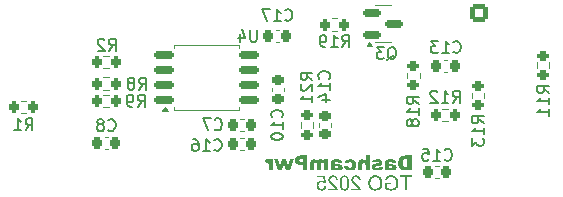
<source format=gbr>
%TF.GenerationSoftware,KiCad,Pcbnew,9.0.4*%
%TF.CreationDate,2025-10-08T22:54:58+01:00*%
%TF.ProjectId,DashcamPower,44617368-6361-46d5-906f-7765722e6b69,rev?*%
%TF.SameCoordinates,Original*%
%TF.FileFunction,Legend,Bot*%
%TF.FilePolarity,Positive*%
%FSLAX46Y46*%
G04 Gerber Fmt 4.6, Leading zero omitted, Abs format (unit mm)*
G04 Created by KiCad (PCBNEW 9.0.4) date 2025-10-08 22:54:58*
%MOMM*%
%LPD*%
G01*
G04 APERTURE LIST*
G04 Aperture macros list*
%AMRoundRect*
0 Rectangle with rounded corners*
0 $1 Rounding radius*
0 $2 $3 $4 $5 $6 $7 $8 $9 X,Y pos of 4 corners*
0 Add a 4 corners polygon primitive as box body*
4,1,4,$2,$3,$4,$5,$6,$7,$8,$9,$2,$3,0*
0 Add four circle primitives for the rounded corners*
1,1,$1+$1,$2,$3*
1,1,$1+$1,$4,$5*
1,1,$1+$1,$6,$7*
1,1,$1+$1,$8,$9*
0 Add four rect primitives between the rounded corners*
20,1,$1+$1,$2,$3,$4,$5,0*
20,1,$1+$1,$4,$5,$6,$7,0*
20,1,$1+$1,$6,$7,$8,$9,0*
20,1,$1+$1,$8,$9,$2,$3,0*%
G04 Aperture macros list end*
%ADD10C,0.300000*%
%ADD11C,0.150000*%
%ADD12C,0.120000*%
%ADD13RoundRect,0.225000X-0.225000X-0.250000X0.225000X-0.250000X0.225000X0.250000X-0.225000X0.250000X0*%
%ADD14C,0.700000*%
%ADD15O,2.400000X0.900000*%
%ADD16O,1.700000X0.900000*%
%ADD17R,1.700000X1.700000*%
%ADD18C,1.700000*%
%ADD19RoundRect,0.250000X0.550000X0.550000X-0.550000X0.550000X-0.550000X-0.550000X0.550000X-0.550000X0*%
%ADD20C,1.600000*%
%ADD21RoundRect,0.150000X-0.587500X-0.150000X0.587500X-0.150000X0.587500X0.150000X-0.587500X0.150000X0*%
%ADD22RoundRect,0.200000X0.275000X-0.200000X0.275000X0.200000X-0.275000X0.200000X-0.275000X-0.200000X0*%
%ADD23RoundRect,0.200000X-0.200000X-0.275000X0.200000X-0.275000X0.200000X0.275000X-0.200000X0.275000X0*%
%ADD24RoundRect,0.200000X0.200000X0.275000X-0.200000X0.275000X-0.200000X-0.275000X0.200000X-0.275000X0*%
%ADD25RoundRect,0.200000X-0.275000X0.200000X-0.275000X-0.200000X0.275000X-0.200000X0.275000X0.200000X0*%
%ADD26RoundRect,0.225000X-0.250000X0.225000X-0.250000X-0.225000X0.250000X-0.225000X0.250000X0.225000X0*%
%ADD27RoundRect,0.225000X0.225000X0.250000X-0.225000X0.250000X-0.225000X-0.250000X0.225000X-0.250000X0*%
%ADD28RoundRect,0.225000X0.250000X-0.225000X0.250000X0.225000X-0.250000X0.225000X-0.250000X-0.225000X0*%
%ADD29RoundRect,0.162500X-0.650000X-0.162500X0.650000X-0.162500X0.650000X0.162500X-0.650000X0.162500X0*%
G04 APERTURE END LIST*
D10*
G36*
X101946547Y-108537500D02*
G01*
X101946547Y-107427416D01*
X102359012Y-107427416D01*
X102359012Y-107282091D01*
X101366776Y-107282091D01*
X101366776Y-107427416D01*
X101780920Y-107427416D01*
X101780920Y-108537500D01*
X101946547Y-108537500D01*
G37*
G36*
X100610768Y-108042908D02*
G01*
X100610768Y-107897583D01*
X100080456Y-107896744D01*
X100080456Y-108361645D01*
X100164409Y-108422212D01*
X100248274Y-108470690D01*
X100332407Y-108507961D01*
X100419992Y-108535306D01*
X100508582Y-108551600D01*
X100598785Y-108557039D01*
X100719793Y-108547990D01*
X100830963Y-108521538D01*
X100934008Y-108478042D01*
X101005265Y-108433753D01*
X101066403Y-108381271D01*
X101118331Y-108320185D01*
X101161536Y-108249675D01*
X101203781Y-108147574D01*
X101229557Y-108036842D01*
X101238396Y-107915749D01*
X101229769Y-107795700D01*
X101204289Y-107682446D01*
X101161994Y-107574648D01*
X101118605Y-107499130D01*
X101067705Y-107435505D01*
X101009086Y-107382525D01*
X100942099Y-107339412D01*
X100843786Y-107297424D01*
X100734336Y-107271528D01*
X100611608Y-107262552D01*
X100521918Y-107267652D01*
X100440450Y-107282414D01*
X100366144Y-107306287D01*
X100296345Y-107340392D01*
X100239580Y-107381032D01*
X100194105Y-107428179D01*
X100157354Y-107482839D01*
X100125545Y-107550036D01*
X100099232Y-107631893D01*
X100248678Y-107672880D01*
X100281989Y-107584139D01*
X100318745Y-107523052D01*
X100349474Y-107490146D01*
X100388841Y-107461048D01*
X100438271Y-107435812D01*
X100519005Y-107411434D01*
X100610768Y-107402991D01*
X100685920Y-107407168D01*
X100750908Y-107418990D01*
X100807155Y-107437643D01*
X100883361Y-107478704D01*
X100940801Y-107528777D01*
X100986099Y-107588235D01*
X101019798Y-107652730D01*
X101046104Y-107731581D01*
X101062120Y-107815407D01*
X101067578Y-107905063D01*
X101060519Y-108015742D01*
X101040785Y-108108304D01*
X101009952Y-108185713D01*
X100965262Y-108255053D01*
X100909698Y-108310444D01*
X100842188Y-108353325D01*
X100767132Y-108383751D01*
X100689427Y-108401935D01*
X100608173Y-108408051D01*
X100537256Y-108403490D01*
X100467443Y-108389801D01*
X100398200Y-108366758D01*
X100303518Y-108321458D01*
X100242725Y-108278602D01*
X100242725Y-108042908D01*
X100610768Y-108042908D01*
G37*
G36*
X99392054Y-107270042D02*
G01*
X99486234Y-107291695D01*
X99571293Y-107326841D01*
X99648603Y-107375585D01*
X99719129Y-107438788D01*
X99777233Y-107511461D01*
X99823289Y-107594785D01*
X99857380Y-107690323D01*
X99878870Y-107800081D01*
X99886435Y-107926434D01*
X99878433Y-108034601D01*
X99854621Y-108138326D01*
X99814765Y-108238760D01*
X99774416Y-108309067D01*
X99726098Y-108370883D01*
X99669474Y-108424951D01*
X99603877Y-108471707D01*
X99532669Y-108508717D01*
X99456825Y-108535284D01*
X99375545Y-108551497D01*
X99287888Y-108557039D01*
X99181127Y-108548375D01*
X99080263Y-108522703D01*
X98983882Y-108479797D01*
X98917660Y-108436789D01*
X98859668Y-108385016D01*
X98809271Y-108323885D01*
X98766200Y-108252422D01*
X98724110Y-108149766D01*
X98698258Y-108036912D01*
X98689340Y-107911933D01*
X98689429Y-107910635D01*
X98860081Y-107910635D01*
X98868697Y-108032149D01*
X98892735Y-108132692D01*
X98930342Y-108215934D01*
X98980905Y-108284784D01*
X99045602Y-108342560D01*
X99117375Y-108383260D01*
X99197701Y-108408036D01*
X99288727Y-108416599D01*
X99377992Y-108408178D01*
X99457392Y-108383731D01*
X99528942Y-108343436D01*
X99594031Y-108286082D01*
X99645538Y-108217659D01*
X99683351Y-108136979D01*
X99707223Y-108041663D01*
X99715694Y-107928648D01*
X99709377Y-107810209D01*
X99691993Y-107713913D01*
X99665440Y-107636116D01*
X99630934Y-107573687D01*
X99588917Y-107524121D01*
X99521831Y-107470737D01*
X99449864Y-107433294D01*
X99371856Y-107410708D01*
X99286209Y-107402991D01*
X99205464Y-107410147D01*
X99131497Y-107431133D01*
X99062879Y-107465960D01*
X99002307Y-107513202D01*
X98952131Y-107571793D01*
X98911754Y-107643189D01*
X98883785Y-107720986D01*
X98866236Y-107809537D01*
X98860081Y-107910635D01*
X98689429Y-107910635D01*
X98697837Y-107788477D01*
X98722435Y-107677179D01*
X98762384Y-107576175D01*
X98803395Y-107505654D01*
X98852166Y-107444163D01*
X98909007Y-107390894D01*
X98974570Y-107345365D01*
X99045673Y-107309389D01*
X99120944Y-107283606D01*
X99201116Y-107267905D01*
X99287048Y-107262552D01*
X99392054Y-107270042D01*
G37*
G36*
X97244186Y-108392175D02*
G01*
X97244186Y-108537500D01*
X98071558Y-108537500D01*
X98067939Y-108483080D01*
X98053622Y-108430949D01*
X98013653Y-108349075D01*
X97952490Y-108264787D01*
X97873278Y-108182126D01*
X97751371Y-108075575D01*
X97616304Y-107958729D01*
X97528308Y-107872049D01*
X97475606Y-107809198D01*
X97433834Y-107741014D01*
X97411006Y-107679678D01*
X97403859Y-107623344D01*
X97411233Y-107564943D01*
X97432774Y-107513979D01*
X97469194Y-107468555D01*
X97516100Y-107434037D01*
X97572013Y-107412883D01*
X97639477Y-107405434D01*
X97710731Y-107413398D01*
X97768994Y-107435909D01*
X97817164Y-107472524D01*
X97853215Y-107521044D01*
X97875996Y-107581787D01*
X97884560Y-107658225D01*
X98042554Y-107641892D01*
X98027742Y-107553846D01*
X98001990Y-107480857D01*
X97966222Y-107420390D01*
X97920433Y-107370553D01*
X97865249Y-107331015D01*
X97800724Y-107301983D01*
X97725095Y-107283683D01*
X97636119Y-107277206D01*
X97546613Y-107284141D01*
X97470734Y-107303742D01*
X97406100Y-107334933D01*
X97350889Y-107377651D01*
X97304702Y-107431183D01*
X97272269Y-107489692D01*
X97252620Y-107554267D01*
X97245865Y-107626474D01*
X97253465Y-107700899D01*
X97276624Y-107774928D01*
X97315476Y-107846730D01*
X97378672Y-107928572D01*
X97463507Y-108014778D01*
X97615587Y-108149917D01*
X97740934Y-108258509D01*
X97793274Y-108308446D01*
X97829704Y-108350971D01*
X97858075Y-108392175D01*
X97244186Y-108392175D01*
G37*
G36*
X96760132Y-107285907D02*
G01*
X96834780Y-107310661D01*
X96898429Y-107350785D01*
X96951937Y-107404674D01*
X96997271Y-107473442D01*
X97034213Y-107559765D01*
X97057979Y-107651353D01*
X97073950Y-107768865D01*
X97079856Y-107917581D01*
X97073520Y-108067274D01*
X97056140Y-108188979D01*
X97029818Y-108287029D01*
X96996133Y-108365285D01*
X96956055Y-108427056D01*
X96899778Y-108483724D01*
X96834911Y-108523795D01*
X96759747Y-108548421D01*
X96671665Y-108557039D01*
X96582661Y-108548279D01*
X96507781Y-108523386D01*
X96444138Y-108483079D01*
X96390647Y-108428904D01*
X96345467Y-108359972D01*
X96308812Y-108273641D01*
X96285216Y-108182037D01*
X96269392Y-108065046D01*
X96263551Y-107917581D01*
X96263572Y-107917123D01*
X96421469Y-107917123D01*
X96427796Y-108080938D01*
X96444086Y-108196647D01*
X96466880Y-108275331D01*
X96493673Y-108326458D01*
X96533802Y-108373082D01*
X96576254Y-108404369D01*
X96621756Y-108422652D01*
X96671665Y-108428811D01*
X96721641Y-108422671D01*
X96767179Y-108404452D01*
X96809633Y-108373300D01*
X96849733Y-108326916D01*
X96876464Y-108276006D01*
X96899235Y-108197398D01*
X96915528Y-108081511D01*
X96921861Y-107917123D01*
X96915132Y-107754245D01*
X96897575Y-107635749D01*
X96872552Y-107552065D01*
X96842482Y-107494964D01*
X96807417Y-107455071D01*
X96768225Y-107427609D01*
X96724059Y-107411118D01*
X96673421Y-107405434D01*
X96622543Y-107411596D01*
X96576443Y-107429825D01*
X96533736Y-107460878D01*
X96493673Y-107506947D01*
X96466943Y-107557652D01*
X96444147Y-107636177D01*
X96427821Y-107752215D01*
X96421469Y-107917123D01*
X96263572Y-107917123D01*
X96271538Y-107740776D01*
X96291715Y-107621360D01*
X96326318Y-107517197D01*
X96369415Y-107434972D01*
X96405831Y-107387433D01*
X96447544Y-107348634D01*
X96494971Y-107317812D01*
X96547019Y-107295686D01*
X96605509Y-107281977D01*
X96671665Y-107277206D01*
X96760132Y-107285907D01*
G37*
G36*
X95300013Y-108392175D02*
G01*
X95300013Y-108537500D01*
X96127385Y-108537500D01*
X96123766Y-108483080D01*
X96109449Y-108430949D01*
X96069480Y-108349075D01*
X96008317Y-108264787D01*
X95929105Y-108182126D01*
X95807198Y-108075575D01*
X95672130Y-107958729D01*
X95584135Y-107872049D01*
X95531433Y-107809198D01*
X95489661Y-107741014D01*
X95466833Y-107679678D01*
X95459686Y-107623344D01*
X95467060Y-107564943D01*
X95488601Y-107513979D01*
X95525021Y-107468555D01*
X95571927Y-107434037D01*
X95627840Y-107412883D01*
X95695304Y-107405434D01*
X95766558Y-107413398D01*
X95824821Y-107435909D01*
X95872991Y-107472524D01*
X95909042Y-107521044D01*
X95931823Y-107581787D01*
X95940387Y-107658225D01*
X96098381Y-107641892D01*
X96083569Y-107553846D01*
X96057817Y-107480857D01*
X96022049Y-107420390D01*
X95976260Y-107370553D01*
X95921076Y-107331015D01*
X95856551Y-107301983D01*
X95780922Y-107283683D01*
X95691946Y-107277206D01*
X95602440Y-107284141D01*
X95526561Y-107303742D01*
X95461927Y-107334933D01*
X95406716Y-107377651D01*
X95360528Y-107431183D01*
X95328096Y-107489692D01*
X95308447Y-107554267D01*
X95301692Y-107626474D01*
X95309292Y-107700899D01*
X95332451Y-107774928D01*
X95371303Y-107846730D01*
X95434499Y-107928572D01*
X95519334Y-108014778D01*
X95671414Y-108149917D01*
X95796761Y-108258509D01*
X95849101Y-108308446D01*
X95885531Y-108350971D01*
X95913902Y-108392175D01*
X95300013Y-108392175D01*
G37*
G36*
X95135683Y-108205329D02*
G01*
X94974330Y-108191667D01*
X94955815Y-108267626D01*
X94927761Y-108325651D01*
X94891058Y-108369354D01*
X94844627Y-108402327D01*
X94792688Y-108422041D01*
X94733522Y-108428811D01*
X94679820Y-108423499D01*
X94631331Y-108407954D01*
X94586882Y-108382074D01*
X94545684Y-108344853D01*
X94512910Y-108300884D01*
X94489036Y-108250038D01*
X94474089Y-108191016D01*
X94468824Y-108122134D01*
X94473930Y-108056635D01*
X94488353Y-108001225D01*
X94511291Y-107954129D01*
X94542707Y-107913993D01*
X94596132Y-107872126D01*
X94659592Y-107846672D01*
X94736041Y-107837744D01*
X94807363Y-107846492D01*
X94870145Y-107872090D01*
X94923878Y-107911836D01*
X94964026Y-107961086D01*
X95108358Y-107942310D01*
X94987076Y-107296746D01*
X94364639Y-107296746D01*
X94364639Y-107442070D01*
X94864115Y-107442070D01*
X94931588Y-107782636D01*
X94853470Y-107737150D01*
X94775138Y-107710857D01*
X94695054Y-107702189D01*
X94615216Y-107709519D01*
X94543526Y-107730863D01*
X94478328Y-107766097D01*
X94418449Y-107816220D01*
X94369629Y-107876538D01*
X94334715Y-107944442D01*
X94313205Y-108021410D01*
X94305715Y-108109464D01*
X94312163Y-108193523D01*
X94330931Y-108269855D01*
X94361682Y-108339794D01*
X94404786Y-108404387D01*
X94456570Y-108459445D01*
X94514309Y-108501582D01*
X94578802Y-108531866D01*
X94651318Y-108550546D01*
X94733522Y-108557039D01*
X94818072Y-108550527D01*
X94891548Y-108531925D01*
X94955823Y-108502013D01*
X95012340Y-108460716D01*
X95060115Y-108409206D01*
X95096388Y-108350330D01*
X95121683Y-108282923D01*
X95135683Y-108205329D01*
G37*
G36*
X102366811Y-106837500D02*
G01*
X101792153Y-106837500D01*
X101686484Y-106829502D01*
X101561573Y-106803382D01*
X101502073Y-106781906D01*
X101444206Y-106749172D01*
X101387397Y-106704006D01*
X101337780Y-106650923D01*
X101295562Y-106589543D01*
X101260620Y-106518915D01*
X101237086Y-106443577D01*
X101220968Y-106342069D01*
X101215266Y-106216054D01*
X101603399Y-106216054D01*
X101607510Y-106317294D01*
X101617988Y-106387169D01*
X101632479Y-106433354D01*
X101655360Y-106475149D01*
X101682062Y-106505844D01*
X101712698Y-106527311D01*
X101748367Y-106540653D01*
X101803584Y-106550346D01*
X101885194Y-106554178D01*
X101979991Y-106554178D01*
X101979991Y-105870298D01*
X101883515Y-105870298D01*
X101807473Y-105875826D01*
X101748454Y-105890831D01*
X101702976Y-105913657D01*
X101668353Y-105943723D01*
X101643268Y-105981407D01*
X101622894Y-106035777D01*
X101608780Y-106111951D01*
X101603399Y-106216054D01*
X101215266Y-106216054D01*
X101214900Y-106207964D01*
X101222737Y-106082307D01*
X101245660Y-105965782D01*
X101270730Y-105891741D01*
X101303754Y-105825180D01*
X101344731Y-105765273D01*
X101394080Y-105712486D01*
X101451411Y-105668552D01*
X101517609Y-105633077D01*
X101588894Y-105608882D01*
X101679075Y-105592857D01*
X101792153Y-105586976D01*
X102366811Y-105586976D01*
X102366811Y-106837500D01*
G37*
G36*
X100676647Y-105913131D02*
G01*
X100762135Y-105923879D01*
X100840649Y-105942503D01*
X100893645Y-105964713D01*
X100953827Y-106005838D01*
X100995693Y-106051190D01*
X101025601Y-106106881D01*
X101049884Y-106187814D01*
X100717714Y-106222008D01*
X100692402Y-106170170D01*
X100663904Y-106141865D01*
X100614953Y-106122355D01*
X100535829Y-106114541D01*
X100475690Y-106122135D01*
X100442788Y-106140644D01*
X100423968Y-106173036D01*
X100416303Y-106231777D01*
X100539264Y-106273146D01*
X100792895Y-106328177D01*
X100899815Y-106356946D01*
X100971317Y-106390475D01*
X101016606Y-106427095D01*
X101049780Y-106474580D01*
X101070086Y-106530398D01*
X101077209Y-106596844D01*
X101071883Y-106650019D01*
X101056314Y-106697873D01*
X101030397Y-106741606D01*
X100993097Y-106782011D01*
X100949396Y-106813051D01*
X100895329Y-106836439D01*
X100828701Y-106851567D01*
X100746794Y-106857039D01*
X100666043Y-106852518D01*
X100595039Y-106839624D01*
X100532471Y-106819105D01*
X100467095Y-106782809D01*
X100396687Y-106724308D01*
X100384780Y-106783079D01*
X100359135Y-106837500D01*
X100032918Y-106837500D01*
X100056629Y-106783005D01*
X100068409Y-106744764D01*
X100074184Y-106704970D01*
X100076500Y-106644319D01*
X100076500Y-106462281D01*
X100416303Y-106462281D01*
X100422017Y-106522602D01*
X100437216Y-106566237D01*
X100464327Y-106602089D01*
X100508123Y-106633938D01*
X100559967Y-106654689D01*
X100616124Y-106661645D01*
X100666918Y-106654597D01*
X100700235Y-106635999D01*
X100721609Y-106606884D01*
X100728857Y-106569977D01*
X100721846Y-106537054D01*
X100699853Y-106506856D01*
X100660830Y-106483412D01*
X100565749Y-106452206D01*
X100416303Y-106407632D01*
X100416303Y-106462281D01*
X100076500Y-106462281D01*
X100076500Y-106243531D01*
X100082663Y-106179148D01*
X100102145Y-106108969D01*
X100133521Y-106044770D01*
X100172136Y-105999976D01*
X100216802Y-105967734D01*
X100269027Y-105943327D01*
X100330131Y-105926932D01*
X100432507Y-105914327D01*
X100581090Y-105909377D01*
X100676647Y-105913131D01*
G37*
G36*
X99929725Y-106588372D02*
G01*
X99584808Y-106554178D01*
X99557921Y-106607762D01*
X99525045Y-106640579D01*
X99482315Y-106659488D01*
X99422540Y-106666530D01*
X99357866Y-106658377D01*
X99314157Y-106636839D01*
X99291481Y-106611536D01*
X99284237Y-106581655D01*
X99288430Y-106559020D01*
X99300937Y-106540099D01*
X99323469Y-106523876D01*
X99363290Y-106510628D01*
X99472915Y-106488232D01*
X99639698Y-106454764D01*
X99724409Y-106429919D01*
X99768602Y-106408025D01*
X99807989Y-106377954D01*
X99843095Y-106338939D01*
X99869896Y-106294250D01*
X99885893Y-106245965D01*
X99891333Y-106192927D01*
X99885353Y-106134980D01*
X99868002Y-106083963D01*
X99839279Y-106038367D01*
X99801130Y-105999530D01*
X99753792Y-105967222D01*
X99695786Y-105941434D01*
X99633928Y-105924795D01*
X99553552Y-105913553D01*
X99450704Y-105909377D01*
X99299114Y-105916787D01*
X99211193Y-105934335D01*
X99139516Y-105966639D01*
X99082279Y-106011730D01*
X99036431Y-106071034D01*
X98996412Y-106153620D01*
X99326064Y-106182929D01*
X99343702Y-106145778D01*
X99368730Y-106121334D01*
X99412895Y-106101880D01*
X99467801Y-106095001D01*
X99521835Y-106101003D01*
X99553668Y-106115838D01*
X99574051Y-106139294D01*
X99580534Y-106166366D01*
X99572322Y-106194947D01*
X99546340Y-106216436D01*
X99501999Y-106230473D01*
X99397810Y-106247042D01*
X99236072Y-106272717D01*
X99139981Y-106301463D01*
X99086678Y-106328872D01*
X99044039Y-106362012D01*
X99010609Y-106400992D01*
X98985557Y-106445789D01*
X98970723Y-106492852D01*
X98965729Y-106543111D01*
X98970824Y-106593959D01*
X98986326Y-106644431D01*
X99013128Y-106695381D01*
X99049217Y-106739826D01*
X99098217Y-106779108D01*
X99162574Y-106813228D01*
X99232093Y-106835984D01*
X99323081Y-106851328D01*
X99440476Y-106857039D01*
X99570541Y-106851354D01*
X99668873Y-106836260D01*
X99741693Y-106814253D01*
X99794399Y-106787124D01*
X99842402Y-106748467D01*
X99880545Y-106703048D01*
X99909619Y-106650105D01*
X99929725Y-106588372D01*
G37*
G36*
X98799720Y-105586976D02*
G01*
X98452209Y-105586976D01*
X98452209Y-106047374D01*
X98378897Y-105981787D01*
X98311311Y-105941281D01*
X98237124Y-105917797D01*
X98145607Y-105909377D01*
X98075657Y-105915269D01*
X98016348Y-105931969D01*
X97965723Y-105958712D01*
X97922354Y-105995701D01*
X97888864Y-106040762D01*
X97863432Y-106097982D01*
X97846823Y-106170124D01*
X97840762Y-106260628D01*
X97840762Y-106837500D01*
X98190029Y-106837500D01*
X98190029Y-106339091D01*
X98194358Y-106282765D01*
X98205509Y-106244093D01*
X98221628Y-106218344D01*
X98244849Y-106199081D01*
X98273880Y-106187181D01*
X98310471Y-106182929D01*
X98350356Y-106188356D01*
X98384002Y-106204087D01*
X98412977Y-106230709D01*
X98432620Y-106265289D01*
X98446651Y-106319866D01*
X98452209Y-106402289D01*
X98452209Y-106837500D01*
X98799720Y-106837500D01*
X98799720Y-105586976D01*
G37*
G36*
X96957137Y-106480905D02*
G01*
X96626722Y-106519984D01*
X96649240Y-106586535D01*
X96679141Y-106645680D01*
X96716405Y-106698281D01*
X96761259Y-106744321D01*
X96814019Y-106783284D01*
X96875621Y-106815365D01*
X96941593Y-106837407D01*
X97022737Y-106851812D01*
X97122001Y-106857039D01*
X97260059Y-106849650D01*
X97362351Y-106830172D01*
X97424282Y-106808172D01*
X97479088Y-106779170D01*
X97527597Y-106743161D01*
X97589405Y-106677653D01*
X97636056Y-106602034D01*
X97656654Y-106546535D01*
X97670281Y-106475977D01*
X97675287Y-106387024D01*
X97669412Y-106294707D01*
X97653029Y-106217944D01*
X97627507Y-106154154D01*
X97586415Y-106089876D01*
X97531871Y-106031803D01*
X97469097Y-105983749D01*
X97407155Y-105951203D01*
X97338115Y-105929157D01*
X97252399Y-105914660D01*
X97146731Y-105909377D01*
X97033023Y-105915354D01*
X96941022Y-105931756D01*
X96867105Y-105956725D01*
X96808149Y-105989061D01*
X96755073Y-106032637D01*
X96710332Y-106085218D01*
X96673491Y-106147839D01*
X96644659Y-106222008D01*
X96971715Y-106265971D01*
X96994111Y-106211636D01*
X97027662Y-106174609D01*
X97073070Y-106152138D01*
X97136503Y-106143850D01*
X97191150Y-106150976D01*
X97236967Y-106171519D01*
X97276103Y-106205979D01*
X97304030Y-106250531D01*
X97322529Y-106311480D01*
X97329455Y-106393893D01*
X97322758Y-106466909D01*
X97304589Y-106522381D01*
X97276561Y-106564329D01*
X97238046Y-106596670D01*
X97193694Y-106615919D01*
X97141617Y-106622566D01*
X97097225Y-106618462D01*
X97059359Y-106606765D01*
X97026746Y-106587838D01*
X96999397Y-106561790D01*
X96976130Y-106526780D01*
X96957137Y-106480905D01*
G37*
G36*
X96109305Y-105913131D02*
G01*
X96194794Y-105923879D01*
X96273308Y-105942503D01*
X96326304Y-105964713D01*
X96386486Y-106005838D01*
X96428351Y-106051190D01*
X96458260Y-106106881D01*
X96482543Y-106187814D01*
X96150372Y-106222008D01*
X96125061Y-106170170D01*
X96096563Y-106141865D01*
X96047612Y-106122355D01*
X95968488Y-106114541D01*
X95908349Y-106122135D01*
X95875447Y-106140644D01*
X95856627Y-106173036D01*
X95848961Y-106231777D01*
X95971922Y-106273146D01*
X96225553Y-106328177D01*
X96332474Y-106356946D01*
X96403976Y-106390475D01*
X96449265Y-106427095D01*
X96482439Y-106474580D01*
X96502745Y-106530398D01*
X96509867Y-106596844D01*
X96504542Y-106650019D01*
X96488972Y-106697873D01*
X96463056Y-106741606D01*
X96425756Y-106782011D01*
X96382055Y-106813051D01*
X96327988Y-106836439D01*
X96261360Y-106851567D01*
X96179453Y-106857039D01*
X96098702Y-106852518D01*
X96027698Y-106839624D01*
X95965129Y-106819105D01*
X95899754Y-106782809D01*
X95829346Y-106724308D01*
X95817439Y-106783079D01*
X95791793Y-106837500D01*
X95465577Y-106837500D01*
X95489288Y-106783005D01*
X95501068Y-106744764D01*
X95506843Y-106704970D01*
X95509159Y-106644319D01*
X95509159Y-106462281D01*
X95848961Y-106462281D01*
X95854676Y-106522602D01*
X95869875Y-106566237D01*
X95896986Y-106602089D01*
X95940782Y-106633938D01*
X95992626Y-106654689D01*
X96048783Y-106661645D01*
X96099577Y-106654597D01*
X96132894Y-106635999D01*
X96154268Y-106606884D01*
X96161516Y-106569977D01*
X96154505Y-106537054D01*
X96132512Y-106506856D01*
X96093489Y-106483412D01*
X95998408Y-106452206D01*
X95848961Y-106407632D01*
X95848961Y-106462281D01*
X95509159Y-106462281D01*
X95509159Y-106243531D01*
X95515322Y-106179148D01*
X95534804Y-106108969D01*
X95566180Y-106044770D01*
X95604795Y-105999976D01*
X95649461Y-105967734D01*
X95701686Y-105943327D01*
X95762790Y-105926932D01*
X95865165Y-105914327D01*
X96013749Y-105909377D01*
X96109305Y-105913131D01*
G37*
G36*
X95298346Y-105928916D02*
G01*
X94973885Y-105928916D01*
X94973885Y-106061113D01*
X94924493Y-106009163D01*
X94877546Y-105970881D01*
X94832606Y-105944181D01*
X94783836Y-105925445D01*
X94726957Y-105913579D01*
X94660491Y-105909377D01*
X94588932Y-105914231D01*
X94532744Y-105927441D01*
X94488910Y-105947540D01*
X94450141Y-105976393D01*
X94415754Y-106013847D01*
X94385565Y-106061113D01*
X94302479Y-105983301D01*
X94236119Y-105941205D01*
X94190051Y-105924192D01*
X94135091Y-105913280D01*
X94069576Y-105909377D01*
X93997340Y-105915355D01*
X93936577Y-105932233D01*
X93885178Y-105959130D01*
X93841591Y-105996159D01*
X93808130Y-106041379D01*
X93782565Y-106099533D01*
X93765773Y-106173654D01*
X93759617Y-106267498D01*
X93759617Y-106837500D01*
X94108044Y-106837500D01*
X94108044Y-106317339D01*
X94114799Y-106260507D01*
X94131934Y-106225366D01*
X94158003Y-106198445D01*
X94186629Y-106183160D01*
X94219022Y-106178044D01*
X94257952Y-106183177D01*
X94290453Y-106197960D01*
X94318093Y-106222771D01*
X94337441Y-106254933D01*
X94350610Y-106301210D01*
X94355645Y-106366340D01*
X94355645Y-106837500D01*
X94704073Y-106837500D01*
X94704073Y-106335809D01*
X94706214Y-106280603D01*
X94710866Y-106254370D01*
X94726163Y-106223265D01*
X94749334Y-106199110D01*
X94778756Y-106183393D01*
X94813372Y-106178044D01*
X94851117Y-106183176D01*
X94883392Y-106198129D01*
X94911603Y-106223534D01*
X94931284Y-106256267D01*
X94944794Y-106304219D01*
X94949995Y-106372675D01*
X94949995Y-106837500D01*
X95298346Y-106837500D01*
X95298346Y-105928916D01*
G37*
G36*
X93529570Y-106837500D02*
G01*
X93141072Y-106837500D01*
X93141072Y-106373438D01*
X92929267Y-106373438D01*
X92810737Y-106365529D01*
X92716060Y-106343838D01*
X92640797Y-106310599D01*
X92581374Y-106266811D01*
X92532643Y-106210038D01*
X92497312Y-106143231D01*
X92475176Y-106064399D01*
X92468237Y-105981505D01*
X92843935Y-105981505D01*
X92849060Y-106019732D01*
X92863960Y-106052332D01*
X92889196Y-106080728D01*
X92921998Y-106100320D01*
X92972184Y-106114052D01*
X93046275Y-106119426D01*
X93141072Y-106119426D01*
X93141072Y-105840989D01*
X93030933Y-105840989D01*
X92959395Y-105846728D01*
X92912578Y-105861243D01*
X92883243Y-105881899D01*
X92861418Y-105911092D01*
X92848405Y-105943907D01*
X92843935Y-105981505D01*
X92468237Y-105981505D01*
X92467343Y-105970819D01*
X92474664Y-105879262D01*
X92495198Y-105803187D01*
X92527662Y-105739746D01*
X92571986Y-105686810D01*
X92626688Y-105645560D01*
X92695203Y-105614466D01*
X92780568Y-105594298D01*
X92886601Y-105586976D01*
X93529570Y-105586976D01*
X93529570Y-106837500D01*
G37*
G36*
X92390635Y-105928916D02*
G01*
X92054267Y-105928916D01*
X91908179Y-106499528D01*
X91723776Y-105928916D01*
X91410382Y-105928916D01*
X91219109Y-106498918D01*
X91073098Y-105928916D01*
X90739248Y-105928916D01*
X91073098Y-106837500D01*
X91382218Y-106837500D01*
X91565782Y-106290777D01*
X91743392Y-106837500D01*
X92054267Y-106837500D01*
X92390635Y-105928916D01*
G37*
G36*
X90633690Y-105928916D02*
G01*
X90308389Y-105928916D01*
X90308389Y-106077370D01*
X90273560Y-106015120D01*
X90241340Y-105972660D01*
X90211455Y-105945479D01*
X90176515Y-105925839D01*
X90135828Y-105913658D01*
X90088036Y-105909377D01*
X90037767Y-105914101D01*
X89982100Y-105929138D01*
X89919814Y-105956241D01*
X90027433Y-106203766D01*
X90086427Y-106183464D01*
X90124749Y-106178044D01*
X90167276Y-106184460D01*
X90201898Y-106202974D01*
X90230613Y-106234601D01*
X90256980Y-106291454D01*
X90276528Y-106385650D01*
X90284422Y-106532578D01*
X90284422Y-106837500D01*
X90633690Y-106837500D01*
X90633690Y-105928916D01*
G37*
D11*
X91642857Y-94109580D02*
X91690476Y-94157200D01*
X91690476Y-94157200D02*
X91833333Y-94204819D01*
X91833333Y-94204819D02*
X91928571Y-94204819D01*
X91928571Y-94204819D02*
X92071428Y-94157200D01*
X92071428Y-94157200D02*
X92166666Y-94061961D01*
X92166666Y-94061961D02*
X92214285Y-93966723D01*
X92214285Y-93966723D02*
X92261904Y-93776247D01*
X92261904Y-93776247D02*
X92261904Y-93633390D01*
X92261904Y-93633390D02*
X92214285Y-93442914D01*
X92214285Y-93442914D02*
X92166666Y-93347676D01*
X92166666Y-93347676D02*
X92071428Y-93252438D01*
X92071428Y-93252438D02*
X91928571Y-93204819D01*
X91928571Y-93204819D02*
X91833333Y-93204819D01*
X91833333Y-93204819D02*
X91690476Y-93252438D01*
X91690476Y-93252438D02*
X91642857Y-93300057D01*
X90690476Y-94204819D02*
X91261904Y-94204819D01*
X90976190Y-94204819D02*
X90976190Y-93204819D01*
X90976190Y-93204819D02*
X91071428Y-93347676D01*
X91071428Y-93347676D02*
X91166666Y-93442914D01*
X91166666Y-93442914D02*
X91261904Y-93490533D01*
X90357142Y-93204819D02*
X89690476Y-93204819D01*
X89690476Y-93204819D02*
X90119047Y-94204819D01*
X100295238Y-97500057D02*
X100390476Y-97452438D01*
X100390476Y-97452438D02*
X100485714Y-97357200D01*
X100485714Y-97357200D02*
X100628571Y-97214342D01*
X100628571Y-97214342D02*
X100723809Y-97166723D01*
X100723809Y-97166723D02*
X100819047Y-97166723D01*
X100771428Y-97404819D02*
X100866666Y-97357200D01*
X100866666Y-97357200D02*
X100961904Y-97261961D01*
X100961904Y-97261961D02*
X101009523Y-97071485D01*
X101009523Y-97071485D02*
X101009523Y-96738152D01*
X101009523Y-96738152D02*
X100961904Y-96547676D01*
X100961904Y-96547676D02*
X100866666Y-96452438D01*
X100866666Y-96452438D02*
X100771428Y-96404819D01*
X100771428Y-96404819D02*
X100580952Y-96404819D01*
X100580952Y-96404819D02*
X100485714Y-96452438D01*
X100485714Y-96452438D02*
X100390476Y-96547676D01*
X100390476Y-96547676D02*
X100342857Y-96738152D01*
X100342857Y-96738152D02*
X100342857Y-97071485D01*
X100342857Y-97071485D02*
X100390476Y-97261961D01*
X100390476Y-97261961D02*
X100485714Y-97357200D01*
X100485714Y-97357200D02*
X100580952Y-97404819D01*
X100580952Y-97404819D02*
X100771428Y-97404819D01*
X100009523Y-96404819D02*
X99390476Y-96404819D01*
X99390476Y-96404819D02*
X99723809Y-96785771D01*
X99723809Y-96785771D02*
X99580952Y-96785771D01*
X99580952Y-96785771D02*
X99485714Y-96833390D01*
X99485714Y-96833390D02*
X99438095Y-96881009D01*
X99438095Y-96881009D02*
X99390476Y-96976247D01*
X99390476Y-96976247D02*
X99390476Y-97214342D01*
X99390476Y-97214342D02*
X99438095Y-97309580D01*
X99438095Y-97309580D02*
X99485714Y-97357200D01*
X99485714Y-97357200D02*
X99580952Y-97404819D01*
X99580952Y-97404819D02*
X99866666Y-97404819D01*
X99866666Y-97404819D02*
X99961904Y-97357200D01*
X99961904Y-97357200D02*
X100009523Y-97309580D01*
X93954819Y-99182142D02*
X93478628Y-98848809D01*
X93954819Y-98610714D02*
X92954819Y-98610714D01*
X92954819Y-98610714D02*
X92954819Y-98991666D01*
X92954819Y-98991666D02*
X93002438Y-99086904D01*
X93002438Y-99086904D02*
X93050057Y-99134523D01*
X93050057Y-99134523D02*
X93145295Y-99182142D01*
X93145295Y-99182142D02*
X93288152Y-99182142D01*
X93288152Y-99182142D02*
X93383390Y-99134523D01*
X93383390Y-99134523D02*
X93431009Y-99086904D01*
X93431009Y-99086904D02*
X93478628Y-98991666D01*
X93478628Y-98991666D02*
X93478628Y-98610714D01*
X93050057Y-99563095D02*
X93002438Y-99610714D01*
X93002438Y-99610714D02*
X92954819Y-99705952D01*
X92954819Y-99705952D02*
X92954819Y-99944047D01*
X92954819Y-99944047D02*
X93002438Y-100039285D01*
X93002438Y-100039285D02*
X93050057Y-100086904D01*
X93050057Y-100086904D02*
X93145295Y-100134523D01*
X93145295Y-100134523D02*
X93240533Y-100134523D01*
X93240533Y-100134523D02*
X93383390Y-100086904D01*
X93383390Y-100086904D02*
X93954819Y-99515476D01*
X93954819Y-99515476D02*
X93954819Y-100134523D01*
X93954819Y-101086904D02*
X93954819Y-100515476D01*
X93954819Y-100801190D02*
X92954819Y-100801190D01*
X92954819Y-100801190D02*
X93097676Y-100705952D01*
X93097676Y-100705952D02*
X93192914Y-100610714D01*
X93192914Y-100610714D02*
X93240533Y-100515476D01*
X85666666Y-103359580D02*
X85714285Y-103407200D01*
X85714285Y-103407200D02*
X85857142Y-103454819D01*
X85857142Y-103454819D02*
X85952380Y-103454819D01*
X85952380Y-103454819D02*
X86095237Y-103407200D01*
X86095237Y-103407200D02*
X86190475Y-103311961D01*
X86190475Y-103311961D02*
X86238094Y-103216723D01*
X86238094Y-103216723D02*
X86285713Y-103026247D01*
X86285713Y-103026247D02*
X86285713Y-102883390D01*
X86285713Y-102883390D02*
X86238094Y-102692914D01*
X86238094Y-102692914D02*
X86190475Y-102597676D01*
X86190475Y-102597676D02*
X86095237Y-102502438D01*
X86095237Y-102502438D02*
X85952380Y-102454819D01*
X85952380Y-102454819D02*
X85857142Y-102454819D01*
X85857142Y-102454819D02*
X85714285Y-102502438D01*
X85714285Y-102502438D02*
X85666666Y-102550057D01*
X85333332Y-102454819D02*
X84666666Y-102454819D01*
X84666666Y-102454819D02*
X85095237Y-103454819D01*
X79266666Y-100004819D02*
X79599999Y-99528628D01*
X79838094Y-100004819D02*
X79838094Y-99004819D01*
X79838094Y-99004819D02*
X79457142Y-99004819D01*
X79457142Y-99004819D02*
X79361904Y-99052438D01*
X79361904Y-99052438D02*
X79314285Y-99100057D01*
X79314285Y-99100057D02*
X79266666Y-99195295D01*
X79266666Y-99195295D02*
X79266666Y-99338152D01*
X79266666Y-99338152D02*
X79314285Y-99433390D01*
X79314285Y-99433390D02*
X79361904Y-99481009D01*
X79361904Y-99481009D02*
X79457142Y-99528628D01*
X79457142Y-99528628D02*
X79838094Y-99528628D01*
X78695237Y-99433390D02*
X78790475Y-99385771D01*
X78790475Y-99385771D02*
X78838094Y-99338152D01*
X78838094Y-99338152D02*
X78885713Y-99242914D01*
X78885713Y-99242914D02*
X78885713Y-99195295D01*
X78885713Y-99195295D02*
X78838094Y-99100057D01*
X78838094Y-99100057D02*
X78790475Y-99052438D01*
X78790475Y-99052438D02*
X78695237Y-99004819D01*
X78695237Y-99004819D02*
X78504761Y-99004819D01*
X78504761Y-99004819D02*
X78409523Y-99052438D01*
X78409523Y-99052438D02*
X78361904Y-99100057D01*
X78361904Y-99100057D02*
X78314285Y-99195295D01*
X78314285Y-99195295D02*
X78314285Y-99242914D01*
X78314285Y-99242914D02*
X78361904Y-99338152D01*
X78361904Y-99338152D02*
X78409523Y-99385771D01*
X78409523Y-99385771D02*
X78504761Y-99433390D01*
X78504761Y-99433390D02*
X78695237Y-99433390D01*
X78695237Y-99433390D02*
X78790475Y-99481009D01*
X78790475Y-99481009D02*
X78838094Y-99528628D01*
X78838094Y-99528628D02*
X78885713Y-99623866D01*
X78885713Y-99623866D02*
X78885713Y-99814342D01*
X78885713Y-99814342D02*
X78838094Y-99909580D01*
X78838094Y-99909580D02*
X78790475Y-99957200D01*
X78790475Y-99957200D02*
X78695237Y-100004819D01*
X78695237Y-100004819D02*
X78504761Y-100004819D01*
X78504761Y-100004819D02*
X78409523Y-99957200D01*
X78409523Y-99957200D02*
X78361904Y-99909580D01*
X78361904Y-99909580D02*
X78314285Y-99814342D01*
X78314285Y-99814342D02*
X78314285Y-99623866D01*
X78314285Y-99623866D02*
X78361904Y-99528628D01*
X78361904Y-99528628D02*
X78409523Y-99481009D01*
X78409523Y-99481009D02*
X78504761Y-99433390D01*
X79166666Y-101454819D02*
X79499999Y-100978628D01*
X79738094Y-101454819D02*
X79738094Y-100454819D01*
X79738094Y-100454819D02*
X79357142Y-100454819D01*
X79357142Y-100454819D02*
X79261904Y-100502438D01*
X79261904Y-100502438D02*
X79214285Y-100550057D01*
X79214285Y-100550057D02*
X79166666Y-100645295D01*
X79166666Y-100645295D02*
X79166666Y-100788152D01*
X79166666Y-100788152D02*
X79214285Y-100883390D01*
X79214285Y-100883390D02*
X79261904Y-100931009D01*
X79261904Y-100931009D02*
X79357142Y-100978628D01*
X79357142Y-100978628D02*
X79738094Y-100978628D01*
X78690475Y-101454819D02*
X78499999Y-101454819D01*
X78499999Y-101454819D02*
X78404761Y-101407200D01*
X78404761Y-101407200D02*
X78357142Y-101359580D01*
X78357142Y-101359580D02*
X78261904Y-101216723D01*
X78261904Y-101216723D02*
X78214285Y-101026247D01*
X78214285Y-101026247D02*
X78214285Y-100645295D01*
X78214285Y-100645295D02*
X78261904Y-100550057D01*
X78261904Y-100550057D02*
X78309523Y-100502438D01*
X78309523Y-100502438D02*
X78404761Y-100454819D01*
X78404761Y-100454819D02*
X78595237Y-100454819D01*
X78595237Y-100454819D02*
X78690475Y-100502438D01*
X78690475Y-100502438D02*
X78738094Y-100550057D01*
X78738094Y-100550057D02*
X78785713Y-100645295D01*
X78785713Y-100645295D02*
X78785713Y-100883390D01*
X78785713Y-100883390D02*
X78738094Y-100978628D01*
X78738094Y-100978628D02*
X78690475Y-101026247D01*
X78690475Y-101026247D02*
X78595237Y-101073866D01*
X78595237Y-101073866D02*
X78404761Y-101073866D01*
X78404761Y-101073866D02*
X78309523Y-101026247D01*
X78309523Y-101026247D02*
X78261904Y-100978628D01*
X78261904Y-100978628D02*
X78214285Y-100883390D01*
X108454819Y-102857142D02*
X107978628Y-102523809D01*
X108454819Y-102285714D02*
X107454819Y-102285714D01*
X107454819Y-102285714D02*
X107454819Y-102666666D01*
X107454819Y-102666666D02*
X107502438Y-102761904D01*
X107502438Y-102761904D02*
X107550057Y-102809523D01*
X107550057Y-102809523D02*
X107645295Y-102857142D01*
X107645295Y-102857142D02*
X107788152Y-102857142D01*
X107788152Y-102857142D02*
X107883390Y-102809523D01*
X107883390Y-102809523D02*
X107931009Y-102761904D01*
X107931009Y-102761904D02*
X107978628Y-102666666D01*
X107978628Y-102666666D02*
X107978628Y-102285714D01*
X108454819Y-103809523D02*
X108454819Y-103238095D01*
X108454819Y-103523809D02*
X107454819Y-103523809D01*
X107454819Y-103523809D02*
X107597676Y-103428571D01*
X107597676Y-103428571D02*
X107692914Y-103333333D01*
X107692914Y-103333333D02*
X107740533Y-103238095D01*
X107454819Y-104142857D02*
X107454819Y-104761904D01*
X107454819Y-104761904D02*
X107835771Y-104428571D01*
X107835771Y-104428571D02*
X107835771Y-104571428D01*
X107835771Y-104571428D02*
X107883390Y-104666666D01*
X107883390Y-104666666D02*
X107931009Y-104714285D01*
X107931009Y-104714285D02*
X108026247Y-104761904D01*
X108026247Y-104761904D02*
X108264342Y-104761904D01*
X108264342Y-104761904D02*
X108359580Y-104714285D01*
X108359580Y-104714285D02*
X108407200Y-104666666D01*
X108407200Y-104666666D02*
X108454819Y-104571428D01*
X108454819Y-104571428D02*
X108454819Y-104285714D01*
X108454819Y-104285714D02*
X108407200Y-104190476D01*
X108407200Y-104190476D02*
X108359580Y-104142857D01*
X95359580Y-99082142D02*
X95407200Y-99034523D01*
X95407200Y-99034523D02*
X95454819Y-98891666D01*
X95454819Y-98891666D02*
X95454819Y-98796428D01*
X95454819Y-98796428D02*
X95407200Y-98653571D01*
X95407200Y-98653571D02*
X95311961Y-98558333D01*
X95311961Y-98558333D02*
X95216723Y-98510714D01*
X95216723Y-98510714D02*
X95026247Y-98463095D01*
X95026247Y-98463095D02*
X94883390Y-98463095D01*
X94883390Y-98463095D02*
X94692914Y-98510714D01*
X94692914Y-98510714D02*
X94597676Y-98558333D01*
X94597676Y-98558333D02*
X94502438Y-98653571D01*
X94502438Y-98653571D02*
X94454819Y-98796428D01*
X94454819Y-98796428D02*
X94454819Y-98891666D01*
X94454819Y-98891666D02*
X94502438Y-99034523D01*
X94502438Y-99034523D02*
X94550057Y-99082142D01*
X95454819Y-100034523D02*
X95454819Y-99463095D01*
X95454819Y-99748809D02*
X94454819Y-99748809D01*
X94454819Y-99748809D02*
X94597676Y-99653571D01*
X94597676Y-99653571D02*
X94692914Y-99558333D01*
X94692914Y-99558333D02*
X94740533Y-99463095D01*
X94788152Y-100891666D02*
X95454819Y-100891666D01*
X94407200Y-100653571D02*
X95121485Y-100415476D01*
X95121485Y-100415476D02*
X95121485Y-101034523D01*
X114004819Y-100307142D02*
X113528628Y-99973809D01*
X114004819Y-99735714D02*
X113004819Y-99735714D01*
X113004819Y-99735714D02*
X113004819Y-100116666D01*
X113004819Y-100116666D02*
X113052438Y-100211904D01*
X113052438Y-100211904D02*
X113100057Y-100259523D01*
X113100057Y-100259523D02*
X113195295Y-100307142D01*
X113195295Y-100307142D02*
X113338152Y-100307142D01*
X113338152Y-100307142D02*
X113433390Y-100259523D01*
X113433390Y-100259523D02*
X113481009Y-100211904D01*
X113481009Y-100211904D02*
X113528628Y-100116666D01*
X113528628Y-100116666D02*
X113528628Y-99735714D01*
X114004819Y-101259523D02*
X114004819Y-100688095D01*
X114004819Y-100973809D02*
X113004819Y-100973809D01*
X113004819Y-100973809D02*
X113147676Y-100878571D01*
X113147676Y-100878571D02*
X113242914Y-100783333D01*
X113242914Y-100783333D02*
X113290533Y-100688095D01*
X114004819Y-102211904D02*
X114004819Y-101640476D01*
X114004819Y-101926190D02*
X113004819Y-101926190D01*
X113004819Y-101926190D02*
X113147676Y-101830952D01*
X113147676Y-101830952D02*
X113242914Y-101735714D01*
X113242914Y-101735714D02*
X113290533Y-101640476D01*
X96467857Y-96384819D02*
X96801190Y-95908628D01*
X97039285Y-96384819D02*
X97039285Y-95384819D01*
X97039285Y-95384819D02*
X96658333Y-95384819D01*
X96658333Y-95384819D02*
X96563095Y-95432438D01*
X96563095Y-95432438D02*
X96515476Y-95480057D01*
X96515476Y-95480057D02*
X96467857Y-95575295D01*
X96467857Y-95575295D02*
X96467857Y-95718152D01*
X96467857Y-95718152D02*
X96515476Y-95813390D01*
X96515476Y-95813390D02*
X96563095Y-95861009D01*
X96563095Y-95861009D02*
X96658333Y-95908628D01*
X96658333Y-95908628D02*
X97039285Y-95908628D01*
X95515476Y-96384819D02*
X96086904Y-96384819D01*
X95801190Y-96384819D02*
X95801190Y-95384819D01*
X95801190Y-95384819D02*
X95896428Y-95527676D01*
X95896428Y-95527676D02*
X95991666Y-95622914D01*
X95991666Y-95622914D02*
X96086904Y-95670533D01*
X95039285Y-96384819D02*
X94848809Y-96384819D01*
X94848809Y-96384819D02*
X94753571Y-96337200D01*
X94753571Y-96337200D02*
X94705952Y-96289580D01*
X94705952Y-96289580D02*
X94610714Y-96146723D01*
X94610714Y-96146723D02*
X94563095Y-95956247D01*
X94563095Y-95956247D02*
X94563095Y-95575295D01*
X94563095Y-95575295D02*
X94610714Y-95480057D01*
X94610714Y-95480057D02*
X94658333Y-95432438D01*
X94658333Y-95432438D02*
X94753571Y-95384819D01*
X94753571Y-95384819D02*
X94944047Y-95384819D01*
X94944047Y-95384819D02*
X95039285Y-95432438D01*
X95039285Y-95432438D02*
X95086904Y-95480057D01*
X95086904Y-95480057D02*
X95134523Y-95575295D01*
X95134523Y-95575295D02*
X95134523Y-95813390D01*
X95134523Y-95813390D02*
X95086904Y-95908628D01*
X95086904Y-95908628D02*
X95039285Y-95956247D01*
X95039285Y-95956247D02*
X94944047Y-96003866D01*
X94944047Y-96003866D02*
X94753571Y-96003866D01*
X94753571Y-96003866D02*
X94658333Y-95956247D01*
X94658333Y-95956247D02*
X94610714Y-95908628D01*
X94610714Y-95908628D02*
X94563095Y-95813390D01*
X102954819Y-101207142D02*
X102478628Y-100873809D01*
X102954819Y-100635714D02*
X101954819Y-100635714D01*
X101954819Y-100635714D02*
X101954819Y-101016666D01*
X101954819Y-101016666D02*
X102002438Y-101111904D01*
X102002438Y-101111904D02*
X102050057Y-101159523D01*
X102050057Y-101159523D02*
X102145295Y-101207142D01*
X102145295Y-101207142D02*
X102288152Y-101207142D01*
X102288152Y-101207142D02*
X102383390Y-101159523D01*
X102383390Y-101159523D02*
X102431009Y-101111904D01*
X102431009Y-101111904D02*
X102478628Y-101016666D01*
X102478628Y-101016666D02*
X102478628Y-100635714D01*
X102954819Y-102159523D02*
X102954819Y-101588095D01*
X102954819Y-101873809D02*
X101954819Y-101873809D01*
X101954819Y-101873809D02*
X102097676Y-101778571D01*
X102097676Y-101778571D02*
X102192914Y-101683333D01*
X102192914Y-101683333D02*
X102240533Y-101588095D01*
X102383390Y-102730952D02*
X102335771Y-102635714D01*
X102335771Y-102635714D02*
X102288152Y-102588095D01*
X102288152Y-102588095D02*
X102192914Y-102540476D01*
X102192914Y-102540476D02*
X102145295Y-102540476D01*
X102145295Y-102540476D02*
X102050057Y-102588095D01*
X102050057Y-102588095D02*
X102002438Y-102635714D01*
X102002438Y-102635714D02*
X101954819Y-102730952D01*
X101954819Y-102730952D02*
X101954819Y-102921428D01*
X101954819Y-102921428D02*
X102002438Y-103016666D01*
X102002438Y-103016666D02*
X102050057Y-103064285D01*
X102050057Y-103064285D02*
X102145295Y-103111904D01*
X102145295Y-103111904D02*
X102192914Y-103111904D01*
X102192914Y-103111904D02*
X102288152Y-103064285D01*
X102288152Y-103064285D02*
X102335771Y-103016666D01*
X102335771Y-103016666D02*
X102383390Y-102921428D01*
X102383390Y-102921428D02*
X102383390Y-102730952D01*
X102383390Y-102730952D02*
X102431009Y-102635714D01*
X102431009Y-102635714D02*
X102478628Y-102588095D01*
X102478628Y-102588095D02*
X102573866Y-102540476D01*
X102573866Y-102540476D02*
X102764342Y-102540476D01*
X102764342Y-102540476D02*
X102859580Y-102588095D01*
X102859580Y-102588095D02*
X102907200Y-102635714D01*
X102907200Y-102635714D02*
X102954819Y-102730952D01*
X102954819Y-102730952D02*
X102954819Y-102921428D01*
X102954819Y-102921428D02*
X102907200Y-103016666D01*
X102907200Y-103016666D02*
X102859580Y-103064285D01*
X102859580Y-103064285D02*
X102764342Y-103111904D01*
X102764342Y-103111904D02*
X102573866Y-103111904D01*
X102573866Y-103111904D02*
X102478628Y-103064285D01*
X102478628Y-103064285D02*
X102431009Y-103016666D01*
X102431009Y-103016666D02*
X102383390Y-102921428D01*
X105142857Y-105929580D02*
X105190476Y-105977200D01*
X105190476Y-105977200D02*
X105333333Y-106024819D01*
X105333333Y-106024819D02*
X105428571Y-106024819D01*
X105428571Y-106024819D02*
X105571428Y-105977200D01*
X105571428Y-105977200D02*
X105666666Y-105881961D01*
X105666666Y-105881961D02*
X105714285Y-105786723D01*
X105714285Y-105786723D02*
X105761904Y-105596247D01*
X105761904Y-105596247D02*
X105761904Y-105453390D01*
X105761904Y-105453390D02*
X105714285Y-105262914D01*
X105714285Y-105262914D02*
X105666666Y-105167676D01*
X105666666Y-105167676D02*
X105571428Y-105072438D01*
X105571428Y-105072438D02*
X105428571Y-105024819D01*
X105428571Y-105024819D02*
X105333333Y-105024819D01*
X105333333Y-105024819D02*
X105190476Y-105072438D01*
X105190476Y-105072438D02*
X105142857Y-105120057D01*
X104190476Y-106024819D02*
X104761904Y-106024819D01*
X104476190Y-106024819D02*
X104476190Y-105024819D01*
X104476190Y-105024819D02*
X104571428Y-105167676D01*
X104571428Y-105167676D02*
X104666666Y-105262914D01*
X104666666Y-105262914D02*
X104761904Y-105310533D01*
X103285714Y-105024819D02*
X103761904Y-105024819D01*
X103761904Y-105024819D02*
X103809523Y-105501009D01*
X103809523Y-105501009D02*
X103761904Y-105453390D01*
X103761904Y-105453390D02*
X103666666Y-105405771D01*
X103666666Y-105405771D02*
X103428571Y-105405771D01*
X103428571Y-105405771D02*
X103333333Y-105453390D01*
X103333333Y-105453390D02*
X103285714Y-105501009D01*
X103285714Y-105501009D02*
X103238095Y-105596247D01*
X103238095Y-105596247D02*
X103238095Y-105834342D01*
X103238095Y-105834342D02*
X103285714Y-105929580D01*
X103285714Y-105929580D02*
X103333333Y-105977200D01*
X103333333Y-105977200D02*
X103428571Y-106024819D01*
X103428571Y-106024819D02*
X103666666Y-106024819D01*
X103666666Y-106024819D02*
X103761904Y-105977200D01*
X103761904Y-105977200D02*
X103809523Y-105929580D01*
X91359580Y-102357142D02*
X91407200Y-102309523D01*
X91407200Y-102309523D02*
X91454819Y-102166666D01*
X91454819Y-102166666D02*
X91454819Y-102071428D01*
X91454819Y-102071428D02*
X91407200Y-101928571D01*
X91407200Y-101928571D02*
X91311961Y-101833333D01*
X91311961Y-101833333D02*
X91216723Y-101785714D01*
X91216723Y-101785714D02*
X91026247Y-101738095D01*
X91026247Y-101738095D02*
X90883390Y-101738095D01*
X90883390Y-101738095D02*
X90692914Y-101785714D01*
X90692914Y-101785714D02*
X90597676Y-101833333D01*
X90597676Y-101833333D02*
X90502438Y-101928571D01*
X90502438Y-101928571D02*
X90454819Y-102071428D01*
X90454819Y-102071428D02*
X90454819Y-102166666D01*
X90454819Y-102166666D02*
X90502438Y-102309523D01*
X90502438Y-102309523D02*
X90550057Y-102357142D01*
X91454819Y-103309523D02*
X91454819Y-102738095D01*
X91454819Y-103023809D02*
X90454819Y-103023809D01*
X90454819Y-103023809D02*
X90597676Y-102928571D01*
X90597676Y-102928571D02*
X90692914Y-102833333D01*
X90692914Y-102833333D02*
X90740533Y-102738095D01*
X90454819Y-103928571D02*
X90454819Y-104023809D01*
X90454819Y-104023809D02*
X90502438Y-104119047D01*
X90502438Y-104119047D02*
X90550057Y-104166666D01*
X90550057Y-104166666D02*
X90645295Y-104214285D01*
X90645295Y-104214285D02*
X90835771Y-104261904D01*
X90835771Y-104261904D02*
X91073866Y-104261904D01*
X91073866Y-104261904D02*
X91264342Y-104214285D01*
X91264342Y-104214285D02*
X91359580Y-104166666D01*
X91359580Y-104166666D02*
X91407200Y-104119047D01*
X91407200Y-104119047D02*
X91454819Y-104023809D01*
X91454819Y-104023809D02*
X91454819Y-103928571D01*
X91454819Y-103928571D02*
X91407200Y-103833333D01*
X91407200Y-103833333D02*
X91359580Y-103785714D01*
X91359580Y-103785714D02*
X91264342Y-103738095D01*
X91264342Y-103738095D02*
X91073866Y-103690476D01*
X91073866Y-103690476D02*
X90835771Y-103690476D01*
X90835771Y-103690476D02*
X90645295Y-103738095D01*
X90645295Y-103738095D02*
X90550057Y-103785714D01*
X90550057Y-103785714D02*
X90502438Y-103833333D01*
X90502438Y-103833333D02*
X90454819Y-103928571D01*
X89261904Y-94954819D02*
X89261904Y-95764342D01*
X89261904Y-95764342D02*
X89214285Y-95859580D01*
X89214285Y-95859580D02*
X89166666Y-95907200D01*
X89166666Y-95907200D02*
X89071428Y-95954819D01*
X89071428Y-95954819D02*
X88880952Y-95954819D01*
X88880952Y-95954819D02*
X88785714Y-95907200D01*
X88785714Y-95907200D02*
X88738095Y-95859580D01*
X88738095Y-95859580D02*
X88690476Y-95764342D01*
X88690476Y-95764342D02*
X88690476Y-94954819D01*
X87785714Y-95288152D02*
X87785714Y-95954819D01*
X88023809Y-94907200D02*
X88261904Y-95621485D01*
X88261904Y-95621485D02*
X87642857Y-95621485D01*
X85642857Y-105109580D02*
X85690476Y-105157200D01*
X85690476Y-105157200D02*
X85833333Y-105204819D01*
X85833333Y-105204819D02*
X85928571Y-105204819D01*
X85928571Y-105204819D02*
X86071428Y-105157200D01*
X86071428Y-105157200D02*
X86166666Y-105061961D01*
X86166666Y-105061961D02*
X86214285Y-104966723D01*
X86214285Y-104966723D02*
X86261904Y-104776247D01*
X86261904Y-104776247D02*
X86261904Y-104633390D01*
X86261904Y-104633390D02*
X86214285Y-104442914D01*
X86214285Y-104442914D02*
X86166666Y-104347676D01*
X86166666Y-104347676D02*
X86071428Y-104252438D01*
X86071428Y-104252438D02*
X85928571Y-104204819D01*
X85928571Y-104204819D02*
X85833333Y-104204819D01*
X85833333Y-104204819D02*
X85690476Y-104252438D01*
X85690476Y-104252438D02*
X85642857Y-104300057D01*
X84690476Y-105204819D02*
X85261904Y-105204819D01*
X84976190Y-105204819D02*
X84976190Y-104204819D01*
X84976190Y-104204819D02*
X85071428Y-104347676D01*
X85071428Y-104347676D02*
X85166666Y-104442914D01*
X85166666Y-104442914D02*
X85261904Y-104490533D01*
X83833333Y-104204819D02*
X84023809Y-104204819D01*
X84023809Y-104204819D02*
X84119047Y-104252438D01*
X84119047Y-104252438D02*
X84166666Y-104300057D01*
X84166666Y-104300057D02*
X84261904Y-104442914D01*
X84261904Y-104442914D02*
X84309523Y-104633390D01*
X84309523Y-104633390D02*
X84309523Y-105014342D01*
X84309523Y-105014342D02*
X84261904Y-105109580D01*
X84261904Y-105109580D02*
X84214285Y-105157200D01*
X84214285Y-105157200D02*
X84119047Y-105204819D01*
X84119047Y-105204819D02*
X83928571Y-105204819D01*
X83928571Y-105204819D02*
X83833333Y-105157200D01*
X83833333Y-105157200D02*
X83785714Y-105109580D01*
X83785714Y-105109580D02*
X83738095Y-105014342D01*
X83738095Y-105014342D02*
X83738095Y-104776247D01*
X83738095Y-104776247D02*
X83785714Y-104681009D01*
X83785714Y-104681009D02*
X83833333Y-104633390D01*
X83833333Y-104633390D02*
X83928571Y-104585771D01*
X83928571Y-104585771D02*
X84119047Y-104585771D01*
X84119047Y-104585771D02*
X84214285Y-104633390D01*
X84214285Y-104633390D02*
X84261904Y-104681009D01*
X84261904Y-104681009D02*
X84309523Y-104776247D01*
X69666666Y-103454819D02*
X69999999Y-102978628D01*
X70238094Y-103454819D02*
X70238094Y-102454819D01*
X70238094Y-102454819D02*
X69857142Y-102454819D01*
X69857142Y-102454819D02*
X69761904Y-102502438D01*
X69761904Y-102502438D02*
X69714285Y-102550057D01*
X69714285Y-102550057D02*
X69666666Y-102645295D01*
X69666666Y-102645295D02*
X69666666Y-102788152D01*
X69666666Y-102788152D02*
X69714285Y-102883390D01*
X69714285Y-102883390D02*
X69761904Y-102931009D01*
X69761904Y-102931009D02*
X69857142Y-102978628D01*
X69857142Y-102978628D02*
X70238094Y-102978628D01*
X68714285Y-103454819D02*
X69285713Y-103454819D01*
X68999999Y-103454819D02*
X68999999Y-102454819D01*
X68999999Y-102454819D02*
X69095237Y-102597676D01*
X69095237Y-102597676D02*
X69190475Y-102692914D01*
X69190475Y-102692914D02*
X69285713Y-102740533D01*
X76666666Y-103429580D02*
X76714285Y-103477200D01*
X76714285Y-103477200D02*
X76857142Y-103524819D01*
X76857142Y-103524819D02*
X76952380Y-103524819D01*
X76952380Y-103524819D02*
X77095237Y-103477200D01*
X77095237Y-103477200D02*
X77190475Y-103381961D01*
X77190475Y-103381961D02*
X77238094Y-103286723D01*
X77238094Y-103286723D02*
X77285713Y-103096247D01*
X77285713Y-103096247D02*
X77285713Y-102953390D01*
X77285713Y-102953390D02*
X77238094Y-102762914D01*
X77238094Y-102762914D02*
X77190475Y-102667676D01*
X77190475Y-102667676D02*
X77095237Y-102572438D01*
X77095237Y-102572438D02*
X76952380Y-102524819D01*
X76952380Y-102524819D02*
X76857142Y-102524819D01*
X76857142Y-102524819D02*
X76714285Y-102572438D01*
X76714285Y-102572438D02*
X76666666Y-102620057D01*
X76095237Y-102953390D02*
X76190475Y-102905771D01*
X76190475Y-102905771D02*
X76238094Y-102858152D01*
X76238094Y-102858152D02*
X76285713Y-102762914D01*
X76285713Y-102762914D02*
X76285713Y-102715295D01*
X76285713Y-102715295D02*
X76238094Y-102620057D01*
X76238094Y-102620057D02*
X76190475Y-102572438D01*
X76190475Y-102572438D02*
X76095237Y-102524819D01*
X76095237Y-102524819D02*
X75904761Y-102524819D01*
X75904761Y-102524819D02*
X75809523Y-102572438D01*
X75809523Y-102572438D02*
X75761904Y-102620057D01*
X75761904Y-102620057D02*
X75714285Y-102715295D01*
X75714285Y-102715295D02*
X75714285Y-102762914D01*
X75714285Y-102762914D02*
X75761904Y-102858152D01*
X75761904Y-102858152D02*
X75809523Y-102905771D01*
X75809523Y-102905771D02*
X75904761Y-102953390D01*
X75904761Y-102953390D02*
X76095237Y-102953390D01*
X76095237Y-102953390D02*
X76190475Y-103001009D01*
X76190475Y-103001009D02*
X76238094Y-103048628D01*
X76238094Y-103048628D02*
X76285713Y-103143866D01*
X76285713Y-103143866D02*
X76285713Y-103334342D01*
X76285713Y-103334342D02*
X76238094Y-103429580D01*
X76238094Y-103429580D02*
X76190475Y-103477200D01*
X76190475Y-103477200D02*
X76095237Y-103524819D01*
X76095237Y-103524819D02*
X75904761Y-103524819D01*
X75904761Y-103524819D02*
X75809523Y-103477200D01*
X75809523Y-103477200D02*
X75761904Y-103429580D01*
X75761904Y-103429580D02*
X75714285Y-103334342D01*
X75714285Y-103334342D02*
X75714285Y-103143866D01*
X75714285Y-103143866D02*
X75761904Y-103048628D01*
X75761904Y-103048628D02*
X75809523Y-103001009D01*
X75809523Y-103001009D02*
X75904761Y-102953390D01*
X105842857Y-101104819D02*
X106176190Y-100628628D01*
X106414285Y-101104819D02*
X106414285Y-100104819D01*
X106414285Y-100104819D02*
X106033333Y-100104819D01*
X106033333Y-100104819D02*
X105938095Y-100152438D01*
X105938095Y-100152438D02*
X105890476Y-100200057D01*
X105890476Y-100200057D02*
X105842857Y-100295295D01*
X105842857Y-100295295D02*
X105842857Y-100438152D01*
X105842857Y-100438152D02*
X105890476Y-100533390D01*
X105890476Y-100533390D02*
X105938095Y-100581009D01*
X105938095Y-100581009D02*
X106033333Y-100628628D01*
X106033333Y-100628628D02*
X106414285Y-100628628D01*
X104890476Y-101104819D02*
X105461904Y-101104819D01*
X105176190Y-101104819D02*
X105176190Y-100104819D01*
X105176190Y-100104819D02*
X105271428Y-100247676D01*
X105271428Y-100247676D02*
X105366666Y-100342914D01*
X105366666Y-100342914D02*
X105461904Y-100390533D01*
X104509523Y-100200057D02*
X104461904Y-100152438D01*
X104461904Y-100152438D02*
X104366666Y-100104819D01*
X104366666Y-100104819D02*
X104128571Y-100104819D01*
X104128571Y-100104819D02*
X104033333Y-100152438D01*
X104033333Y-100152438D02*
X103985714Y-100200057D01*
X103985714Y-100200057D02*
X103938095Y-100295295D01*
X103938095Y-100295295D02*
X103938095Y-100390533D01*
X103938095Y-100390533D02*
X103985714Y-100533390D01*
X103985714Y-100533390D02*
X104557142Y-101104819D01*
X104557142Y-101104819D02*
X103938095Y-101104819D01*
X105892857Y-96809580D02*
X105940476Y-96857200D01*
X105940476Y-96857200D02*
X106083333Y-96904819D01*
X106083333Y-96904819D02*
X106178571Y-96904819D01*
X106178571Y-96904819D02*
X106321428Y-96857200D01*
X106321428Y-96857200D02*
X106416666Y-96761961D01*
X106416666Y-96761961D02*
X106464285Y-96666723D01*
X106464285Y-96666723D02*
X106511904Y-96476247D01*
X106511904Y-96476247D02*
X106511904Y-96333390D01*
X106511904Y-96333390D02*
X106464285Y-96142914D01*
X106464285Y-96142914D02*
X106416666Y-96047676D01*
X106416666Y-96047676D02*
X106321428Y-95952438D01*
X106321428Y-95952438D02*
X106178571Y-95904819D01*
X106178571Y-95904819D02*
X106083333Y-95904819D01*
X106083333Y-95904819D02*
X105940476Y-95952438D01*
X105940476Y-95952438D02*
X105892857Y-96000057D01*
X104940476Y-96904819D02*
X105511904Y-96904819D01*
X105226190Y-96904819D02*
X105226190Y-95904819D01*
X105226190Y-95904819D02*
X105321428Y-96047676D01*
X105321428Y-96047676D02*
X105416666Y-96142914D01*
X105416666Y-96142914D02*
X105511904Y-96190533D01*
X104607142Y-95904819D02*
X103988095Y-95904819D01*
X103988095Y-95904819D02*
X104321428Y-96285771D01*
X104321428Y-96285771D02*
X104178571Y-96285771D01*
X104178571Y-96285771D02*
X104083333Y-96333390D01*
X104083333Y-96333390D02*
X104035714Y-96381009D01*
X104035714Y-96381009D02*
X103988095Y-96476247D01*
X103988095Y-96476247D02*
X103988095Y-96714342D01*
X103988095Y-96714342D02*
X104035714Y-96809580D01*
X104035714Y-96809580D02*
X104083333Y-96857200D01*
X104083333Y-96857200D02*
X104178571Y-96904819D01*
X104178571Y-96904819D02*
X104464285Y-96904819D01*
X104464285Y-96904819D02*
X104559523Y-96857200D01*
X104559523Y-96857200D02*
X104607142Y-96809580D01*
X76716666Y-96704819D02*
X77049999Y-96228628D01*
X77288094Y-96704819D02*
X77288094Y-95704819D01*
X77288094Y-95704819D02*
X76907142Y-95704819D01*
X76907142Y-95704819D02*
X76811904Y-95752438D01*
X76811904Y-95752438D02*
X76764285Y-95800057D01*
X76764285Y-95800057D02*
X76716666Y-95895295D01*
X76716666Y-95895295D02*
X76716666Y-96038152D01*
X76716666Y-96038152D02*
X76764285Y-96133390D01*
X76764285Y-96133390D02*
X76811904Y-96181009D01*
X76811904Y-96181009D02*
X76907142Y-96228628D01*
X76907142Y-96228628D02*
X77288094Y-96228628D01*
X76335713Y-95800057D02*
X76288094Y-95752438D01*
X76288094Y-95752438D02*
X76192856Y-95704819D01*
X76192856Y-95704819D02*
X75954761Y-95704819D01*
X75954761Y-95704819D02*
X75859523Y-95752438D01*
X75859523Y-95752438D02*
X75811904Y-95800057D01*
X75811904Y-95800057D02*
X75764285Y-95895295D01*
X75764285Y-95895295D02*
X75764285Y-95990533D01*
X75764285Y-95990533D02*
X75811904Y-96133390D01*
X75811904Y-96133390D02*
X76383332Y-96704819D01*
X76383332Y-96704819D02*
X75764285Y-96704819D01*
D12*
%TO.C,C17*%
X90834420Y-95960000D02*
X91115580Y-95960000D01*
X90834420Y-94940000D02*
X91115580Y-94940000D01*
%TO.C,Q3*%
X99937500Y-92890000D02*
X99287500Y-92890000D01*
X99937500Y-92890000D02*
X100587500Y-92890000D01*
X99937500Y-96010000D02*
X99287500Y-96010000D01*
X99937500Y-96010000D02*
X100587500Y-96010000D01*
X99015000Y-96290000D02*
X98535000Y-96290000D01*
X98775000Y-95960000D01*
X99015000Y-96290000D01*
G36*
X99015000Y-96290000D02*
G01*
X98535000Y-96290000D01*
X98775000Y-95960000D01*
X99015000Y-96290000D01*
G37*
%TO.C,R21*%
X92977500Y-103237258D02*
X92977500Y-102762742D01*
X94022500Y-103237258D02*
X94022500Y-102762742D01*
%TO.C,C7*%
X87859420Y-102490000D02*
X88140580Y-102490000D01*
X87859420Y-103510000D02*
X88140580Y-103510000D01*
%TO.C,R8*%
X76262742Y-98977500D02*
X76737258Y-98977500D01*
X76262742Y-100022500D02*
X76737258Y-100022500D01*
%TO.C,R9*%
X76737258Y-100477500D02*
X76262742Y-100477500D01*
X76737258Y-101522500D02*
X76262742Y-101522500D01*
%TO.C,R13*%
X107477500Y-100262742D02*
X107477500Y-100737258D01*
X108522500Y-100262742D02*
X108522500Y-100737258D01*
%TO.C,C14*%
X94490000Y-102859420D02*
X94490000Y-103140580D01*
X95510000Y-102859420D02*
X95510000Y-103140580D01*
%TO.C,R11*%
X112927500Y-97712742D02*
X112927500Y-98187258D01*
X113972500Y-97712742D02*
X113972500Y-98187258D01*
%TO.C,R19*%
X95587742Y-93977500D02*
X96062258Y-93977500D01*
X95587742Y-95022500D02*
X96062258Y-95022500D01*
%TO.C,R18*%
X101977500Y-99062258D02*
X101977500Y-98587742D01*
X103022500Y-99062258D02*
X103022500Y-98587742D01*
%TO.C,C15*%
X104640580Y-106490000D02*
X104359420Y-106490000D01*
X104640580Y-107510000D02*
X104359420Y-107510000D01*
%TO.C,C10*%
X90490000Y-100140580D02*
X90490000Y-99859420D01*
X91510000Y-100140580D02*
X91510000Y-99859420D01*
%TO.C,U4*%
X82240000Y-96240000D02*
X82240000Y-96510000D01*
X82240000Y-101760000D02*
X82240000Y-101490000D01*
X85000000Y-96240000D02*
X82240000Y-96240000D01*
X85000000Y-96240000D02*
X87760000Y-96240000D01*
X85000000Y-101760000D02*
X82240000Y-101760000D01*
X85000000Y-101760000D02*
X87760000Y-101760000D01*
X87760000Y-96240000D02*
X87760000Y-96510000D01*
X87760000Y-101760000D02*
X87760000Y-101490000D01*
X81715000Y-101820000D02*
X81235000Y-101820000D01*
X81475000Y-101490000D01*
X81715000Y-101820000D01*
G36*
X81715000Y-101820000D02*
G01*
X81235000Y-101820000D01*
X81475000Y-101490000D01*
X81715000Y-101820000D01*
G37*
%TO.C,C16*%
X87859420Y-104090000D02*
X88140580Y-104090000D01*
X87859420Y-105110000D02*
X88140580Y-105110000D01*
%TO.C,R1*%
X69737258Y-100977500D02*
X69262742Y-100977500D01*
X69737258Y-102022500D02*
X69262742Y-102022500D01*
%TO.C,C8*%
X76640580Y-103990000D02*
X76359420Y-103990000D01*
X76640580Y-105010000D02*
X76359420Y-105010000D01*
%TO.C,R12*%
X104962742Y-101627500D02*
X105437258Y-101627500D01*
X104962742Y-102672500D02*
X105437258Y-102672500D01*
%TO.C,C13*%
X105084420Y-97490000D02*
X105365580Y-97490000D01*
X105084420Y-98510000D02*
X105365580Y-98510000D01*
%TO.C,R2*%
X76262742Y-97177500D02*
X76737258Y-97177500D01*
X76262742Y-98222500D02*
X76737258Y-98222500D01*
%TD*%
%LPC*%
D13*
%TO.C,C17*%
X90200000Y-95450000D03*
X91750000Y-95450000D03*
%TD*%
D14*
%TO.C,J2*%
X109650000Y-102975000D03*
X109650000Y-102125000D03*
X109650000Y-101275000D03*
X109650000Y-100425000D03*
X109650000Y-99575000D03*
X109650000Y-98725000D03*
X109650000Y-97875000D03*
X109650000Y-97025000D03*
X111000000Y-97025000D03*
X111000000Y-97875000D03*
X111000000Y-98725000D03*
X111000000Y-99575000D03*
X111000000Y-100425000D03*
X111000000Y-101275000D03*
X111000000Y-102125000D03*
X111000000Y-102975000D03*
D15*
X110630000Y-104325000D03*
D16*
X114010000Y-104325000D03*
D15*
X110630000Y-95675000D03*
D16*
X114010000Y-95675000D03*
%TD*%
D17*
%TO.C,J4*%
X82540000Y-107500000D03*
D18*
X80000000Y-107500000D03*
X77460000Y-107500000D03*
X74920000Y-107500000D03*
X72380000Y-107500000D03*
X69840000Y-107500000D03*
%TD*%
D19*
%TO.C,LS1*%
X108100000Y-93500000D03*
D20*
X104500000Y-93500000D03*
%TD*%
D14*
%TO.C,J1*%
X73525000Y-97200000D03*
X73525000Y-98050000D03*
X73525000Y-98900000D03*
X73525000Y-99750000D03*
X73525000Y-100600000D03*
X73525000Y-101450000D03*
X73525000Y-102300000D03*
X73525000Y-103150000D03*
X72175000Y-103150000D03*
X72175000Y-102300000D03*
X72175000Y-101450000D03*
X72175000Y-100600000D03*
X72175000Y-99750000D03*
X72175000Y-98900000D03*
X72175000Y-98050000D03*
X72175000Y-97200000D03*
D15*
X72545000Y-95850000D03*
D16*
X69165000Y-95850000D03*
D15*
X72545000Y-104500000D03*
D16*
X69165000Y-104500000D03*
%TD*%
D21*
%TO.C,Q3*%
X99000000Y-95400000D03*
X99000000Y-93500000D03*
X100875000Y-94450000D03*
%TD*%
D22*
%TO.C,R21*%
X93500000Y-103825000D03*
X93500000Y-102175000D03*
%TD*%
D13*
%TO.C,C7*%
X87225000Y-103000000D03*
X88775000Y-103000000D03*
%TD*%
D23*
%TO.C,R8*%
X75675000Y-99500000D03*
X77325000Y-99500000D03*
%TD*%
D24*
%TO.C,R9*%
X77325000Y-101000000D03*
X75675000Y-101000000D03*
%TD*%
D25*
%TO.C,R13*%
X108000000Y-99675000D03*
X108000000Y-101325000D03*
%TD*%
D26*
%TO.C,C14*%
X95000000Y-102225000D03*
X95000000Y-103775000D03*
%TD*%
D25*
%TO.C,R11*%
X113450000Y-97125000D03*
X113450000Y-98775000D03*
%TD*%
D23*
%TO.C,R19*%
X95000000Y-94500000D03*
X96650000Y-94500000D03*
%TD*%
D22*
%TO.C,R18*%
X102500000Y-99650000D03*
X102500000Y-98000000D03*
%TD*%
D27*
%TO.C,C15*%
X105275000Y-107000000D03*
X103725000Y-107000000D03*
%TD*%
D28*
%TO.C,C10*%
X91000000Y-100775000D03*
X91000000Y-99225000D03*
%TD*%
D29*
%TO.C,U4*%
X81412500Y-100905000D03*
X81412500Y-99635000D03*
X81412500Y-98365000D03*
X81412500Y-97095000D03*
X88587500Y-97095000D03*
X88587500Y-98365000D03*
X88587500Y-99635000D03*
X88587500Y-100905000D03*
%TD*%
D13*
%TO.C,C16*%
X87225000Y-104600000D03*
X88775000Y-104600000D03*
%TD*%
D24*
%TO.C,R1*%
X70325000Y-101500000D03*
X68675000Y-101500000D03*
%TD*%
D27*
%TO.C,C8*%
X77275000Y-104500000D03*
X75725000Y-104500000D03*
%TD*%
D23*
%TO.C,R12*%
X104375000Y-102150000D03*
X106025000Y-102150000D03*
%TD*%
D13*
%TO.C,C13*%
X104450000Y-98000000D03*
X106000000Y-98000000D03*
%TD*%
D23*
%TO.C,R2*%
X75675000Y-97700000D03*
X77325000Y-97700000D03*
%TD*%
%LPD*%
M02*

</source>
